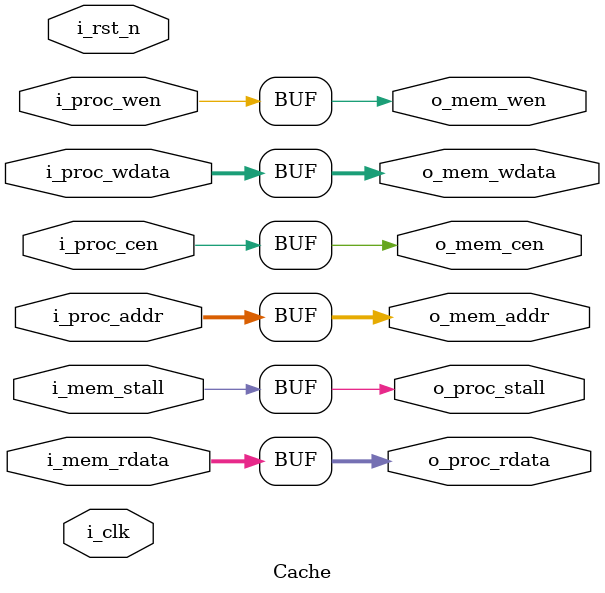
<source format=v>
module CHIP #(                                                                                  //
    parameter BIT_W = 32                                                                        //
)(                                                                                              //
    // clock                                                                                    //
        input               i_clk,                                                              //
        input               i_rst_n,                                                            //
    // instruction memory                                                                       //
        input  [BIT_W-1:0]  i_IMEM_data,                                                        //
        output [BIT_W-1:0]  o_IMEM_addr,                                                        //
        output              o_IMEM_cen,                                                         //
    // data memory                                                                              //
        input               i_DMEM_stall,                                                       //
        input  [BIT_W-1:0]  i_DMEM_rdata,                                                       //
        output              o_DMEM_cen,                                                         //
        output              o_DMEM_wen,                                                         //
        output [BIT_W-1:0]  o_DMEM_addr,                                                        //
        output [BIT_W-1:0]  o_DMEM_wdata                                                        //
);                                                                                              //
//----------------------------- DO NOT MODIFY THE I/O INTERFACE!! ------------------------------//

// ------------------------------------------------------------------------------------------------------------------------------------------------------
// Parameters
// ------------------------------------------------------------------------------------------------------------------------------------------------------

    // TODO: any declaration
    
// ------------------------------------------------------------------------------------------------------------------------------------------------------
// Wires and Registers
// ------------------------------------------------------------------------------------------------------------------------------------------------------
    
    // TODO: any declaration
        reg [BIT_W-1:0] PC, next_PC;
        wire mem_cen, mem_wen;
        wire [BIT_W-1:0] mem_addr, mem_wdata, mem_rdata;
        wire mem_stall;

// ------------------------------------------------------------------------------------------------------------------------------------------------------
// Continuous Assignment
// ------------------------------------------------------------------------------------------------------------------------------------------------------

    // TODO: any wire assignment

// ------------------------------------------------------------------------------------------------------------------------------------------------------
// Submoddules
// ------------------------------------------------------------------------------------------------------------------------------------------------------

    // TODO: Reg_file wire connection
    Reg_file reg0(               
        .i_clk  (i_clk),             
        .i_rst_n(i_rst_n),         
        .wen    (),          
        .rs1    (),                
        .rs2    (),                
        .rd     (),                 
        .wdata  (),             
        .rdata1 (),           
        .rdata2 ()
    );

// ------------------------------------------------------------------------------------------------------------------------------------------------------
// Always Blocks
// ------------------------------------------------------------------------------------------------------------------------------------------------------
    
    // Todo: any combinational/sequential circuit

    always @(posedge i_clk or negedge i_rst_n) begin
        if (!i_rst_n) begin
            PC <= 32'h00010000; // Do not modify this value!!!
        end
        else begin
            PC <= next_PC;
        end
    end
endmodule

module Reg_file(i_clk, i_rst_n, wen, rs1, rs2, rd, wdata, rdata1, rdata2);
   
    parameter BITS = 32;
    parameter word_depth = 32;
    parameter addr_width = 5; // 2^addr_width >= word_depth
    
    input i_clk, i_rst_n, wen; // wen: 0:read | 1:write
    input [BITS-1:0] wdata;
    input [addr_width-1:0] rs1, rs2, rd;

    output [BITS-1:0] rdata1, rdata2;

    reg [BITS-1:0] mem [0:word_depth-1];
    reg [BITS-1:0] mem_nxt [0:word_depth-1];

    integer i;

    assign rdata1 = mem[rs1];
    assign rdata2 = mem[rs2];

    always @(*) begin
        for (i=0; i<word_depth; i=i+1)
            mem_nxt[i] = (wen && (rd == i)) ? wdata : mem[i];
    end

    always @(posedge i_clk or negedge i_rst_n) begin
        if (!i_rst_n) begin
            mem[0] <= 0;
            for (i=1; i<word_depth; i=i+1) begin
                case(i)
                    32'd2: mem[i] <= 32'hbffffff0;
                    32'd3: mem[i] <= 32'h10008000;
                    default: mem[i] <= 32'h0;
                endcase
            end
        end
        else begin
            mem[0] <= 0;
            for (i=1; i<word_depth; i=i+1)
                mem[i] <= mem_nxt[i];
        end       
    end
endmodule

module MULDIV_unit(
    // TODO: port declaration
    );
    // Todo: HW2
endmodule

module Cache#(
        parameter BIT_W = 32,
        parameter ADDR_W = 32
    )(
        input i_clk,
        input i_rst_n,
        // processor interface
            input i_proc_cen,
            input i_proc_wen,
            input [ADDR_W-1:0] i_proc_addr,
            input [BIT_W-1:0]  i_proc_wdata,
            output [BIT_W-1:0] o_proc_rdata,
            output o_proc_stall,
        // memory interface
            output o_mem_cen,
            output o_mem_wen,
            output [ADDR_W-1:0] o_mem_addr,
            output [BIT_W-1:0]  o_mem_wdata,
            input [BIT_W-1:0] i_mem_rdata,
            input i_mem_stall
    );

    //---------------------------------------//
    //          default connection           //
    assign o_mem_cen = i_proc_cen;        //
    assign o_mem_wen = i_proc_wen;        //
    assign o_mem_addr = i_proc_addr;      //
    assign o_mem_wdata = i_proc_wdata;    //
    assign o_proc_rdata = i_mem_rdata;    //
    assign o_proc_stall = i_mem_stall;    //
    //---------------------------------------//

    // Todo: BONUS
endmodule
</source>
